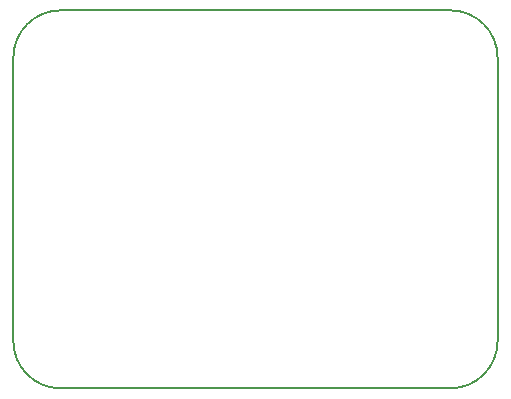
<source format=gbr>
G04 #@! TF.GenerationSoftware,KiCad,Pcbnew,(5.0.2-5-10.14)*
G04 #@! TF.CreationDate,2019-03-07T11:52:20+01:00*
G04 #@! TF.ProjectId,USBSwitch,55534253-7769-4746-9368-2e6b69636164,rev?*
G04 #@! TF.SameCoordinates,Original*
G04 #@! TF.FileFunction,Profile,NP*
%FSLAX46Y46*%
G04 Gerber Fmt 4.6, Leading zero omitted, Abs format (unit mm)*
G04 Created by KiCad (PCBNEW (5.0.2-5-10.14)) date 2019 March 07, Thursday 11:52:20*
%MOMM*%
%LPD*%
G01*
G04 APERTURE LIST*
%ADD10C,0.200000*%
%ADD11C,0.150000*%
G04 APERTURE END LIST*
D10*
X54000000Y-66000000D02*
G75*
G02X50000000Y-62000000I0J4000000D01*
G01*
X50000000Y-38000000D02*
G75*
G02X54000000Y-34000000I4000000J0D01*
G01*
X87000000Y-34000000D02*
G75*
G02X91000000Y-38000000I0J-4000000D01*
G01*
X91000000Y-62000000D02*
G75*
G02X87000000Y-66000000I-4000000J0D01*
G01*
D11*
X54000000Y-66000000D02*
X87000000Y-66000000D01*
X50000000Y-38000000D02*
X50000000Y-62000000D01*
X87000000Y-34000000D02*
X54000000Y-34000000D01*
X91000000Y-62000000D02*
X91000000Y-38000000D01*
M02*

</source>
